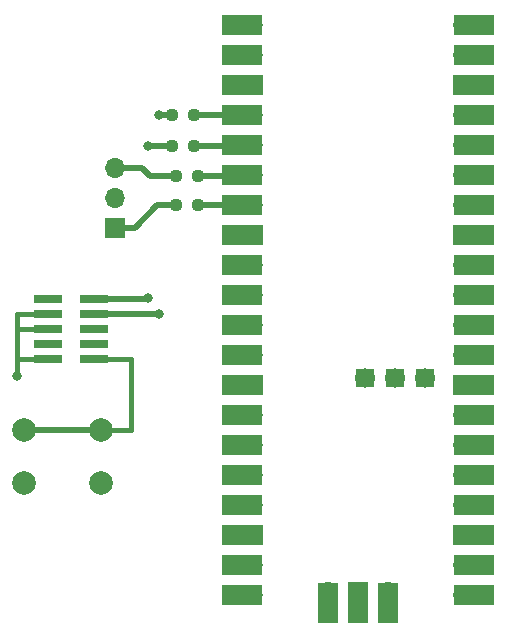
<source format=gbr>
%TF.GenerationSoftware,KiCad,Pcbnew,7.0.8*%
%TF.CreationDate,2023-10-07T15:52:59+09:00*%
%TF.ProjectId,KiCad,4b694361-642e-46b6-9963-61645f706362,rev?*%
%TF.SameCoordinates,PX41cdb40PY67f3540*%
%TF.FileFunction,Copper,L1,Top*%
%TF.FilePolarity,Positive*%
%FSLAX46Y46*%
G04 Gerber Fmt 4.6, Leading zero omitted, Abs format (unit mm)*
G04 Created by KiCad (PCBNEW 7.0.8) date 2023-10-07 15:52:59*
%MOMM*%
%LPD*%
G01*
G04 APERTURE LIST*
G04 Aperture macros list*
%AMRoundRect*
0 Rectangle with rounded corners*
0 $1 Rounding radius*
0 $2 $3 $4 $5 $6 $7 $8 $9 X,Y pos of 4 corners*
0 Add a 4 corners polygon primitive as box body*
4,1,4,$2,$3,$4,$5,$6,$7,$8,$9,$2,$3,0*
0 Add four circle primitives for the rounded corners*
1,1,$1+$1,$2,$3*
1,1,$1+$1,$4,$5*
1,1,$1+$1,$6,$7*
1,1,$1+$1,$8,$9*
0 Add four rect primitives between the rounded corners*
20,1,$1+$1,$2,$3,$4,$5,0*
20,1,$1+$1,$4,$5,$6,$7,0*
20,1,$1+$1,$6,$7,$8,$9,0*
20,1,$1+$1,$8,$9,$2,$3,0*%
%AMOutline4P*
0 Free polygon, 4 corners , with rotation*
0 The origin of the aperture is its center*
0 number of corners: always 4*
0 $1 to $8 corner X, Y*
0 $9 Rotation angle, in degrees counterclockwise*
0 create outline with 4 corners*
4,1,4,$1,$2,$3,$4,$5,$6,$7,$8,$1,$2,$9*%
G04 Aperture macros list end*
%TA.AperFunction,ComponentPad*%
%ADD10R,1.700000X1.700000*%
%TD*%
%TA.AperFunction,ComponentPad*%
%ADD11O,1.700000X1.700000*%
%TD*%
%TA.AperFunction,SMDPad,CuDef*%
%ADD12RoundRect,0.237500X-0.250000X-0.237500X0.250000X-0.237500X0.250000X0.237500X-0.250000X0.237500X0*%
%TD*%
%TA.AperFunction,SMDPad,CuDef*%
%ADD13R,2.400000X0.740000*%
%TD*%
%TA.AperFunction,SMDPad,CuDef*%
%ADD14R,3.500000X1.700000*%
%TD*%
%TA.AperFunction,SMDPad,CuDef*%
%ADD15R,1.700000X3.500000*%
%TD*%
%TA.AperFunction,ComponentPad*%
%ADD16C,1.700000*%
%TD*%
%TA.AperFunction,SMDPad,CuDef*%
%ADD17R,1.524000X1.524000*%
%TD*%
%TA.AperFunction,SMDPad,CuDef*%
%ADD18Outline4P,-0.762000X-0.762000X0.762000X-0.762000X0.762000X0.762000X-0.762000X0.762000X0.000000*%
%TD*%
%TA.AperFunction,ComponentPad*%
%ADD19C,2.000000*%
%TD*%
%TA.AperFunction,ViaPad*%
%ADD20C,0.800000*%
%TD*%
%TA.AperFunction,Conductor*%
%ADD21C,0.500000*%
%TD*%
%TA.AperFunction,Conductor*%
%ADD22C,0.400000*%
%TD*%
G04 APERTURE END LIST*
D10*
%TO.P,J2,1,Pin_1*%
%TO.N,/RX*%
X10375000Y34400000D03*
D11*
%TO.P,J2,2,Pin_2*%
%TO.N,GND*%
X10375000Y36940000D03*
%TO.P,J2,3,Pin_3*%
%TO.N,/TX*%
X10375000Y39480000D03*
%TD*%
D12*
%TO.P,R4,1*%
%TO.N,/RX*%
X15587500Y36300000D03*
%TO.P,R4,2*%
%TO.N,Net-(U1-GPIO5)*%
X17412500Y36300000D03*
%TD*%
%TO.P,R3,1*%
%TO.N,/TX*%
X15587500Y38800000D03*
%TO.P,R3,2*%
%TO.N,Net-(U1-GPIO4)*%
X17412500Y38800000D03*
%TD*%
D13*
%TO.P,J1,1,Pin_1*%
%TO.N,unconnected-(J1-Pin_1-Pad1)*%
X4750000Y28390000D03*
%TO.P,J1,2,Pin_2*%
%TO.N,/SWDIO*%
X8650000Y28390000D03*
%TO.P,J1,3,Pin_3*%
%TO.N,GND*%
X4750000Y27120000D03*
%TO.P,J1,4,Pin_4*%
%TO.N,/SWCLK*%
X8650000Y27120000D03*
%TO.P,J1,5,Pin_5*%
%TO.N,GND*%
X4750000Y25850000D03*
%TO.P,J1,6,Pin_6*%
%TO.N,unconnected-(J1-Pin_6-Pad6)*%
X8650000Y25850000D03*
%TO.P,J1,7,Pin_7*%
%TO.N,unconnected-(J1-Pin_7-Pad7)*%
X4750000Y24580000D03*
%TO.P,J1,8,Pin_8*%
%TO.N,unconnected-(J1-Pin_8-Pad8)*%
X8650000Y24580000D03*
%TO.P,J1,9,Pin_9*%
%TO.N,GND*%
X4750000Y23310000D03*
%TO.P,J1,10,Pin_10*%
%TO.N,/nRST*%
X8650000Y23310000D03*
%TD*%
D11*
%TO.P,U1,1,GPIO0*%
%TO.N,unconnected-(U1-GPIO0-Pad1)*%
X22110000Y51530000D03*
D14*
X21210000Y51530000D03*
D11*
%TO.P,U1,2,GPIO1*%
%TO.N,unconnected-(U1-GPIO1-Pad2)*%
X22110000Y48990000D03*
D14*
X21210000Y48990000D03*
D10*
%TO.P,U1,3,GND*%
%TO.N,GND*%
X22110000Y46450000D03*
D14*
X21210000Y46450000D03*
D11*
%TO.P,U1,4,GPIO2*%
%TO.N,Net-(U1-GPIO2)*%
X22110000Y43910000D03*
D14*
X21210000Y43910000D03*
D11*
%TO.P,U1,5,GPIO3*%
%TO.N,Net-(U1-GPIO3)*%
X22110000Y41370000D03*
D14*
X21210000Y41370000D03*
D11*
%TO.P,U1,6,GPIO4*%
%TO.N,Net-(U1-GPIO4)*%
X22110000Y38830000D03*
D14*
X21210000Y38830000D03*
D11*
%TO.P,U1,7,GPIO5*%
%TO.N,Net-(U1-GPIO5)*%
X22110000Y36290000D03*
D14*
X21210000Y36290000D03*
D10*
%TO.P,U1,8,GND*%
%TO.N,GND*%
X22110000Y33750000D03*
D14*
X21210000Y33750000D03*
D11*
%TO.P,U1,9,GPIO6*%
%TO.N,unconnected-(U1-GPIO6-Pad9)*%
X22110000Y31210000D03*
D14*
X21210000Y31210000D03*
D11*
%TO.P,U1,10,GPIO7*%
%TO.N,unconnected-(U1-GPIO7-Pad10)*%
X22110000Y28670000D03*
D14*
X21210000Y28670000D03*
D11*
%TO.P,U1,11,GPIO8*%
%TO.N,unconnected-(U1-GPIO8-Pad11)*%
X22110000Y26130000D03*
D14*
X21210000Y26130000D03*
D11*
%TO.P,U1,12,GPIO9*%
%TO.N,unconnected-(U1-GPIO9-Pad12)*%
X22110000Y23590000D03*
D14*
X21210000Y23590000D03*
D10*
%TO.P,U1,13,GND*%
%TO.N,GND*%
X22110000Y21050000D03*
D14*
X21210000Y21050000D03*
D11*
%TO.P,U1,14,GPIO10*%
%TO.N,unconnected-(U1-GPIO10-Pad14)*%
X22110000Y18510000D03*
D14*
X21210000Y18510000D03*
D11*
%TO.P,U1,15,GPIO11*%
%TO.N,unconnected-(U1-GPIO11-Pad15)*%
X22110000Y15970000D03*
D14*
X21210000Y15970000D03*
D11*
%TO.P,U1,16,GPIO12*%
%TO.N,unconnected-(U1-GPIO12-Pad16)*%
X22110000Y13430000D03*
D14*
X21210000Y13430000D03*
D11*
%TO.P,U1,17,GPIO13*%
%TO.N,unconnected-(U1-GPIO13-Pad17)*%
X22110000Y10890000D03*
D14*
X21210000Y10890000D03*
D10*
%TO.P,U1,18,GND*%
%TO.N,GND*%
X22110000Y8350000D03*
D14*
X21210000Y8350000D03*
D11*
%TO.P,U1,19,GPIO14*%
%TO.N,unconnected-(U1-GPIO14-Pad19)*%
X22110000Y5810000D03*
D14*
X21210000Y5810000D03*
D11*
%TO.P,U1,20,GPIO15*%
%TO.N,unconnected-(U1-GPIO15-Pad20)*%
X22110000Y3270000D03*
D14*
X21210000Y3270000D03*
D11*
%TO.P,U1,21,GPIO16*%
%TO.N,unconnected-(U1-GPIO16-Pad21)*%
X39890000Y3270000D03*
D14*
X40790000Y3270000D03*
D11*
%TO.P,U1,22,GPIO17*%
%TO.N,unconnected-(U1-GPIO17-Pad22)*%
X39890000Y5810000D03*
D14*
X40790000Y5810000D03*
D10*
%TO.P,U1,23,GND*%
%TO.N,GND*%
X39890000Y8350000D03*
D14*
X40790000Y8350000D03*
D11*
%TO.P,U1,24,GPIO18*%
%TO.N,unconnected-(U1-GPIO18-Pad24)*%
X39890000Y10890000D03*
D14*
X40790000Y10890000D03*
D11*
%TO.P,U1,25,GPIO19*%
%TO.N,unconnected-(U1-GPIO19-Pad25)*%
X39890000Y13430000D03*
D14*
X40790000Y13430000D03*
D11*
%TO.P,U1,26,GPIO20*%
%TO.N,unconnected-(U1-GPIO20-Pad26)*%
X39890000Y15970000D03*
D14*
X40790000Y15970000D03*
D11*
%TO.P,U1,27,GPIO21*%
%TO.N,unconnected-(U1-GPIO21-Pad27)*%
X39890000Y18510000D03*
D14*
X40790000Y18510000D03*
D10*
%TO.P,U1,28,GND*%
%TO.N,GND*%
X39890000Y21050000D03*
D14*
X40790000Y21050000D03*
D11*
%TO.P,U1,29,GPIO22*%
%TO.N,unconnected-(U1-GPIO22-Pad29)*%
X39890000Y23590000D03*
D14*
X40790000Y23590000D03*
D11*
%TO.P,U1,30,RUN*%
%TO.N,unconnected-(U1-RUN-Pad30)*%
X39890000Y26130000D03*
D14*
X40790000Y26130000D03*
D11*
%TO.P,U1,31,GPIO26_ADC0*%
%TO.N,unconnected-(U1-GPIO26_ADC0-Pad31)*%
X39890000Y28670000D03*
D14*
X40790000Y28670000D03*
D11*
%TO.P,U1,32,GPIO27_ADC1*%
%TO.N,unconnected-(U1-GPIO27_ADC1-Pad32)*%
X39890000Y31210000D03*
D14*
X40790000Y31210000D03*
D10*
%TO.P,U1,33,AGND*%
%TO.N,GND*%
X39890000Y33750000D03*
D14*
X40790000Y33750000D03*
D11*
%TO.P,U1,34,GPIO28_ADC2*%
%TO.N,unconnected-(U1-GPIO28_ADC2-Pad34)*%
X39890000Y36290000D03*
D14*
X40790000Y36290000D03*
D11*
%TO.P,U1,35,ADC_VREF*%
%TO.N,unconnected-(U1-ADC_VREF-Pad35)*%
X39890000Y38830000D03*
D14*
X40790000Y38830000D03*
D11*
%TO.P,U1,36,3V3*%
%TO.N,unconnected-(U1-3V3-Pad36)*%
X39890000Y41370000D03*
D14*
X40790000Y41370000D03*
D11*
%TO.P,U1,37,3V3_EN*%
%TO.N,unconnected-(U1-3V3_EN-Pad37)*%
X39890000Y43910000D03*
D14*
X40790000Y43910000D03*
D10*
%TO.P,U1,38,GND*%
%TO.N,GND*%
X39890000Y46450000D03*
D14*
X40790000Y46450000D03*
D11*
%TO.P,U1,39,VSYS*%
%TO.N,unconnected-(U1-VSYS-Pad39)*%
X39890000Y48990000D03*
D14*
X40790000Y48990000D03*
D11*
%TO.P,U1,40,VBUS*%
%TO.N,unconnected-(U1-VBUS-Pad40)*%
X39890000Y51530000D03*
D14*
X40790000Y51530000D03*
D11*
%TO.P,U1,41,SWCLK*%
%TO.N,unconnected-(U1-SWCLK-Pad41)*%
X28460000Y3500000D03*
D15*
X28460000Y2600000D03*
D16*
X31550000Y21700000D03*
D17*
X31560000Y21700000D03*
D10*
%TO.P,U1,42,GND*%
%TO.N,unconnected-(U1-GND-Pad42)*%
X31000000Y3500000D03*
D15*
X31000000Y2600000D03*
D18*
X34100000Y21700000D03*
D16*
X34100000Y21700000D03*
D11*
%TO.P,U1,43,SWDIO*%
%TO.N,unconnected-(U1-SWDIO-Pad43)*%
X33540000Y3500000D03*
D15*
X33540000Y2600000D03*
D17*
X36640000Y21700000D03*
D16*
X36650000Y21700000D03*
%TD*%
D12*
%TO.P,R1,1*%
%TO.N,/SWDIO*%
X15275000Y41300000D03*
%TO.P,R1,2*%
%TO.N,Net-(U1-GPIO3)*%
X17100000Y41300000D03*
%TD*%
D19*
%TO.P,SW1,1,1*%
%TO.N,/nRST*%
X2750000Y17250000D03*
X9250000Y17250000D03*
%TO.P,SW1,2,2*%
%TO.N,GND*%
X2750000Y12750000D03*
X9250000Y12750000D03*
%TD*%
D12*
%TO.P,R2,1*%
%TO.N,/SWCLK*%
X15275000Y43900000D03*
%TO.P,R2,2*%
%TO.N,Net-(U1-GPIO2)*%
X17100000Y43900000D03*
%TD*%
D20*
%TO.N,/SWDIO*%
X13200000Y28400000D03*
X13200000Y41300000D03*
%TO.N,/SWCLK*%
X14100000Y27100000D03*
X14100000Y43900000D03*
%TO.N,GND*%
X2100000Y21800000D03*
%TD*%
D21*
%TO.N,/SWDIO*%
X13190000Y28390000D02*
X13200000Y28400000D01*
X13200000Y41300000D02*
X15275000Y41300000D01*
X8650000Y28390000D02*
X13190000Y28390000D01*
%TO.N,/SWCLK*%
X14080000Y27120000D02*
X8650000Y27120000D01*
X14100000Y27100000D02*
X14080000Y27120000D01*
X15275000Y43900000D02*
X14100000Y43900000D01*
%TO.N,/RX*%
X10375000Y34400000D02*
X12100000Y34400000D01*
%TO.N,/TX*%
X10375000Y39480000D02*
X12720000Y39480000D01*
%TO.N,/SWDIO*%
X8660000Y28400000D02*
X8650000Y28390000D01*
%TO.N,Net-(U1-GPIO2)*%
X22100000Y43900000D02*
X22110000Y43910000D01*
X17100000Y43900000D02*
X22100000Y43900000D01*
%TO.N,Net-(U1-GPIO3)*%
X22040000Y41300000D02*
X22110000Y41370000D01*
X17100000Y41300000D02*
X22040000Y41300000D01*
%TO.N,Net-(U1-GPIO5)*%
X17412500Y36300000D02*
X22100000Y36300000D01*
X22100000Y36300000D02*
X22110000Y36290000D01*
%TO.N,Net-(U1-GPIO4)*%
X22080000Y38800000D02*
X22110000Y38830000D01*
X17412500Y38800000D02*
X22080000Y38800000D01*
%TO.N,/RX*%
X14000000Y36300000D02*
X12100000Y34400000D01*
X15587500Y36300000D02*
X14000000Y36300000D01*
%TO.N,/TX*%
X13400000Y38800000D02*
X12720000Y39480000D01*
X15587500Y38800000D02*
X13400000Y38800000D01*
D22*
%TO.N,GND*%
X2100000Y23300000D02*
X2100000Y21800000D01*
X2100000Y25800000D02*
X2100000Y23300000D01*
X4750000Y25850000D02*
X2150000Y25850000D01*
X2100000Y27100000D02*
X2100000Y25800000D01*
X2150000Y25850000D02*
X2100000Y25800000D01*
X2100000Y23300000D02*
X2110000Y23310000D01*
X2110000Y23310000D02*
X4750000Y23310000D01*
X4750000Y27120000D02*
X2120000Y27120000D01*
X2120000Y27120000D02*
X2100000Y27100000D01*
%TO.N,/nRST*%
X11750000Y17250000D02*
X9250000Y17250000D01*
X11800000Y17300000D02*
X11750000Y17250000D01*
X11800000Y23300000D02*
X11800000Y17300000D01*
X11790000Y23310000D02*
X11800000Y23300000D01*
X8650000Y23310000D02*
X11790000Y23310000D01*
D21*
X2750000Y17250000D02*
X9250000Y17250000D01*
%TO.N,/SWDIO*%
X8690000Y28350000D02*
X8650000Y28390000D01*
%TD*%
M02*

</source>
